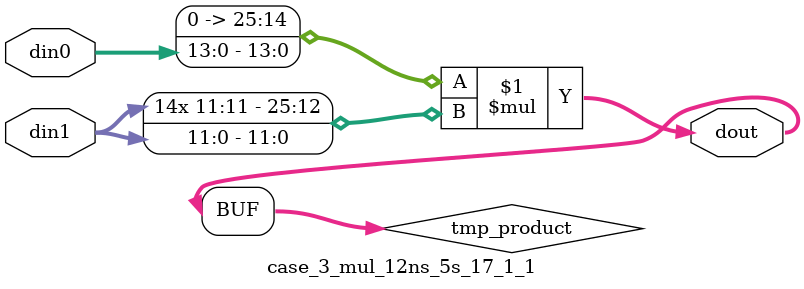
<source format=v>

`timescale 1 ns / 1 ps

 (* use_dsp = "no" *)  module case_3_mul_12ns_5s_17_1_1(din0, din1, dout);
parameter ID = 1;
parameter NUM_STAGE = 0;
parameter din0_WIDTH = 14;
parameter din1_WIDTH = 12;
parameter dout_WIDTH = 26;

input [din0_WIDTH - 1 : 0] din0; 
input [din1_WIDTH - 1 : 0] din1; 
output [dout_WIDTH - 1 : 0] dout;

wire signed [dout_WIDTH - 1 : 0] tmp_product;

























assign tmp_product = $signed({1'b0, din0}) * $signed(din1);










assign dout = tmp_product;





















endmodule

</source>
